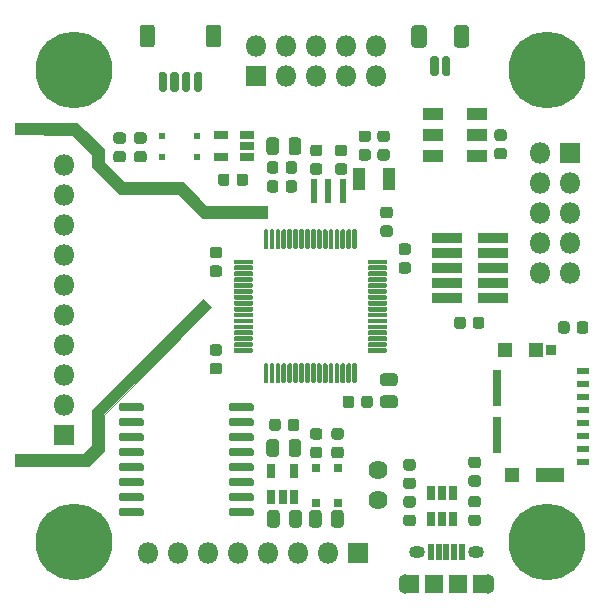
<source format=gts>
%TF.GenerationSoftware,KiCad,Pcbnew,(5.1.6-0-10_14)*%
%TF.CreationDate,2020-09-29T23:50:48-07:00*%
%TF.ProjectId,BetsyBoardBig,42657473-7942-46f6-9172-644269672e6b,rev?*%
%TF.SameCoordinates,Original*%
%TF.FileFunction,Soldermask,Top*%
%TF.FilePolarity,Negative*%
%FSLAX46Y46*%
G04 Gerber Fmt 4.6, Leading zero omitted, Abs format (unit mm)*
G04 Created by KiCad (PCBNEW (5.1.6-0-10_14)) date 2020-09-29 23:50:48*
%MOMM*%
%LPD*%
G01*
G04 APERTURE LIST*
%ADD10C,0.100000*%
%ADD11O,1.100000X1.650000*%
%ADD12O,1.350000X1.050000*%
%ADD13R,1.300000X1.650000*%
%ADD14R,1.650000X1.600000*%
%ADD15R,1.600000X1.650000*%
%ADD16R,0.500000X1.450000*%
%ADD17O,1.800000X1.800000*%
%ADD18R,1.800000X1.800000*%
%ADD19C,0.900000*%
%ADD20C,6.500000*%
%ADD21R,0.700000X0.650000*%
%ADD22R,0.750000X1.160000*%
%ADD23R,0.650000X3.010000*%
%ADD24R,1.300000X1.150000*%
%ADD25R,1.180000X1.150000*%
%ADD26R,0.880000X0.820000*%
%ADD27R,2.490000X1.150000*%
%ADD28R,1.100000X0.600000*%
%ADD29R,1.160000X0.750000*%
%ADD30R,1.100000X1.900000*%
%ADD31R,0.500000X2.000000*%
%ADD32R,2.500000X0.840000*%
%ADD33R,1.700000X1.100000*%
%ADD34C,1.624000*%
%ADD35R,0.552000X0.602000*%
G04 APERTURE END LIST*
D10*
G36*
X111600000Y-75100000D02*
G01*
X102500000Y-84250000D01*
X102500000Y-87250000D01*
X101250000Y-88500000D01*
X95000000Y-88500000D01*
X95000000Y-87500000D01*
X100750000Y-87500000D01*
X101500000Y-86750000D01*
X101500000Y-83750000D01*
X110900000Y-74400000D01*
X111600000Y-75100000D01*
G37*
X111600000Y-75100000D02*
X102500000Y-84250000D01*
X102500000Y-87250000D01*
X101250000Y-88500000D01*
X95000000Y-88500000D01*
X95000000Y-87500000D01*
X100750000Y-87500000D01*
X101500000Y-86750000D01*
X101500000Y-83750000D01*
X110900000Y-74400000D01*
X111600000Y-75100000D01*
G36*
X102500000Y-61700000D02*
G01*
X102500000Y-62800000D01*
X104200000Y-64500000D01*
X109200000Y-64500000D01*
X111200000Y-66500000D01*
X116300000Y-66500000D01*
X116300000Y-67500000D01*
X110800000Y-67500000D01*
X108800000Y-65500000D01*
X103800000Y-65500000D01*
X101500000Y-63200000D01*
X101500000Y-62200000D01*
X99800000Y-60500000D01*
X95000000Y-60400000D01*
X95000000Y-59500000D01*
X100200000Y-59500000D01*
X102500000Y-61700000D01*
G37*
X102500000Y-61700000D02*
X102500000Y-62800000D01*
X104200000Y-64500000D01*
X109200000Y-64500000D01*
X111200000Y-66500000D01*
X116300000Y-66500000D01*
X116300000Y-67500000D01*
X110800000Y-67500000D01*
X108800000Y-65500000D01*
X103800000Y-65500000D01*
X101500000Y-63200000D01*
X101500000Y-62200000D01*
X99800000Y-60500000D01*
X95000000Y-60400000D01*
X95000000Y-59500000D01*
X100200000Y-59500000D01*
X102500000Y-61700000D01*
D11*
%TO.C,J1*%
X135000000Y-98500000D03*
X128000000Y-98500000D03*
D12*
X134000000Y-95800000D03*
X129000000Y-95800000D03*
D13*
X134400000Y-98500000D03*
D14*
X132500000Y-98500000D03*
D15*
X130500000Y-98500000D03*
D13*
X128600000Y-98500000D03*
D16*
X132800000Y-95825000D03*
X132150000Y-95825000D03*
X131500000Y-95825000D03*
X130850000Y-95825000D03*
X130200000Y-95825000D03*
%TD*%
%TO.C,C18*%
G36*
G01*
X120781250Y-62300000D02*
X120218750Y-62300000D01*
G75*
G02*
X119975000Y-62056250I0J243750D01*
G01*
X119975000Y-61568750D01*
G75*
G02*
X120218750Y-61325000I243750J0D01*
G01*
X120781250Y-61325000D01*
G75*
G02*
X121025000Y-61568750I0J-243750D01*
G01*
X121025000Y-62056250D01*
G75*
G02*
X120781250Y-62300000I-243750J0D01*
G01*
G37*
G36*
G01*
X120781250Y-63875000D02*
X120218750Y-63875000D01*
G75*
G02*
X119975000Y-63631250I0J243750D01*
G01*
X119975000Y-63143750D01*
G75*
G02*
X120218750Y-62900000I243750J0D01*
G01*
X120781250Y-62900000D01*
G75*
G02*
X121025000Y-63143750I0J-243750D01*
G01*
X121025000Y-63631250D01*
G75*
G02*
X120781250Y-63875000I-243750J0D01*
G01*
G37*
%TD*%
%TO.C,C13*%
G36*
G01*
X122881250Y-62300000D02*
X122318750Y-62300000D01*
G75*
G02*
X122075000Y-62056250I0J243750D01*
G01*
X122075000Y-61568750D01*
G75*
G02*
X122318750Y-61325000I243750J0D01*
G01*
X122881250Y-61325000D01*
G75*
G02*
X123125000Y-61568750I0J-243750D01*
G01*
X123125000Y-62056250D01*
G75*
G02*
X122881250Y-62300000I-243750J0D01*
G01*
G37*
G36*
G01*
X122881250Y-63875000D02*
X122318750Y-63875000D01*
G75*
G02*
X122075000Y-63631250I0J243750D01*
G01*
X122075000Y-63143750D01*
G75*
G02*
X122318750Y-62900000I243750J0D01*
G01*
X122881250Y-62900000D01*
G75*
G02*
X123125000Y-63143750I0J-243750D01*
G01*
X123125000Y-63631250D01*
G75*
G02*
X122881250Y-63875000I-243750J0D01*
G01*
G37*
%TD*%
%TO.C,U4*%
G36*
G01*
X124950000Y-71050000D02*
X126400000Y-71050000D01*
G75*
G02*
X126500000Y-71150000I0J-100000D01*
G01*
X126500000Y-71350000D01*
G75*
G02*
X126400000Y-71450000I-100000J0D01*
G01*
X124950000Y-71450000D01*
G75*
G02*
X124850000Y-71350000I0J100000D01*
G01*
X124850000Y-71150000D01*
G75*
G02*
X124950000Y-71050000I100000J0D01*
G01*
G37*
G36*
G01*
X124950000Y-71550000D02*
X126400000Y-71550000D01*
G75*
G02*
X126500000Y-71650000I0J-100000D01*
G01*
X126500000Y-71850000D01*
G75*
G02*
X126400000Y-71950000I-100000J0D01*
G01*
X124950000Y-71950000D01*
G75*
G02*
X124850000Y-71850000I0J100000D01*
G01*
X124850000Y-71650000D01*
G75*
G02*
X124950000Y-71550000I100000J0D01*
G01*
G37*
G36*
G01*
X124950000Y-72050000D02*
X126400000Y-72050000D01*
G75*
G02*
X126500000Y-72150000I0J-100000D01*
G01*
X126500000Y-72350000D01*
G75*
G02*
X126400000Y-72450000I-100000J0D01*
G01*
X124950000Y-72450000D01*
G75*
G02*
X124850000Y-72350000I0J100000D01*
G01*
X124850000Y-72150000D01*
G75*
G02*
X124950000Y-72050000I100000J0D01*
G01*
G37*
G36*
G01*
X124950000Y-72550000D02*
X126400000Y-72550000D01*
G75*
G02*
X126500000Y-72650000I0J-100000D01*
G01*
X126500000Y-72850000D01*
G75*
G02*
X126400000Y-72950000I-100000J0D01*
G01*
X124950000Y-72950000D01*
G75*
G02*
X124850000Y-72850000I0J100000D01*
G01*
X124850000Y-72650000D01*
G75*
G02*
X124950000Y-72550000I100000J0D01*
G01*
G37*
G36*
G01*
X124950000Y-73050000D02*
X126400000Y-73050000D01*
G75*
G02*
X126500000Y-73150000I0J-100000D01*
G01*
X126500000Y-73350000D01*
G75*
G02*
X126400000Y-73450000I-100000J0D01*
G01*
X124950000Y-73450000D01*
G75*
G02*
X124850000Y-73350000I0J100000D01*
G01*
X124850000Y-73150000D01*
G75*
G02*
X124950000Y-73050000I100000J0D01*
G01*
G37*
G36*
G01*
X124950000Y-73550000D02*
X126400000Y-73550000D01*
G75*
G02*
X126500000Y-73650000I0J-100000D01*
G01*
X126500000Y-73850000D01*
G75*
G02*
X126400000Y-73950000I-100000J0D01*
G01*
X124950000Y-73950000D01*
G75*
G02*
X124850000Y-73850000I0J100000D01*
G01*
X124850000Y-73650000D01*
G75*
G02*
X124950000Y-73550000I100000J0D01*
G01*
G37*
G36*
G01*
X124950000Y-74050000D02*
X126400000Y-74050000D01*
G75*
G02*
X126500000Y-74150000I0J-100000D01*
G01*
X126500000Y-74350000D01*
G75*
G02*
X126400000Y-74450000I-100000J0D01*
G01*
X124950000Y-74450000D01*
G75*
G02*
X124850000Y-74350000I0J100000D01*
G01*
X124850000Y-74150000D01*
G75*
G02*
X124950000Y-74050000I100000J0D01*
G01*
G37*
G36*
G01*
X124950000Y-74550000D02*
X126400000Y-74550000D01*
G75*
G02*
X126500000Y-74650000I0J-100000D01*
G01*
X126500000Y-74850000D01*
G75*
G02*
X126400000Y-74950000I-100000J0D01*
G01*
X124950000Y-74950000D01*
G75*
G02*
X124850000Y-74850000I0J100000D01*
G01*
X124850000Y-74650000D01*
G75*
G02*
X124950000Y-74550000I100000J0D01*
G01*
G37*
G36*
G01*
X124950000Y-75050000D02*
X126400000Y-75050000D01*
G75*
G02*
X126500000Y-75150000I0J-100000D01*
G01*
X126500000Y-75350000D01*
G75*
G02*
X126400000Y-75450000I-100000J0D01*
G01*
X124950000Y-75450000D01*
G75*
G02*
X124850000Y-75350000I0J100000D01*
G01*
X124850000Y-75150000D01*
G75*
G02*
X124950000Y-75050000I100000J0D01*
G01*
G37*
G36*
G01*
X124950000Y-75550000D02*
X126400000Y-75550000D01*
G75*
G02*
X126500000Y-75650000I0J-100000D01*
G01*
X126500000Y-75850000D01*
G75*
G02*
X126400000Y-75950000I-100000J0D01*
G01*
X124950000Y-75950000D01*
G75*
G02*
X124850000Y-75850000I0J100000D01*
G01*
X124850000Y-75650000D01*
G75*
G02*
X124950000Y-75550000I100000J0D01*
G01*
G37*
G36*
G01*
X124950000Y-76050000D02*
X126400000Y-76050000D01*
G75*
G02*
X126500000Y-76150000I0J-100000D01*
G01*
X126500000Y-76350000D01*
G75*
G02*
X126400000Y-76450000I-100000J0D01*
G01*
X124950000Y-76450000D01*
G75*
G02*
X124850000Y-76350000I0J100000D01*
G01*
X124850000Y-76150000D01*
G75*
G02*
X124950000Y-76050000I100000J0D01*
G01*
G37*
G36*
G01*
X124950000Y-76550000D02*
X126400000Y-76550000D01*
G75*
G02*
X126500000Y-76650000I0J-100000D01*
G01*
X126500000Y-76850000D01*
G75*
G02*
X126400000Y-76950000I-100000J0D01*
G01*
X124950000Y-76950000D01*
G75*
G02*
X124850000Y-76850000I0J100000D01*
G01*
X124850000Y-76650000D01*
G75*
G02*
X124950000Y-76550000I100000J0D01*
G01*
G37*
G36*
G01*
X124950000Y-77050000D02*
X126400000Y-77050000D01*
G75*
G02*
X126500000Y-77150000I0J-100000D01*
G01*
X126500000Y-77350000D01*
G75*
G02*
X126400000Y-77450000I-100000J0D01*
G01*
X124950000Y-77450000D01*
G75*
G02*
X124850000Y-77350000I0J100000D01*
G01*
X124850000Y-77150000D01*
G75*
G02*
X124950000Y-77050000I100000J0D01*
G01*
G37*
G36*
G01*
X124950000Y-77550000D02*
X126400000Y-77550000D01*
G75*
G02*
X126500000Y-77650000I0J-100000D01*
G01*
X126500000Y-77850000D01*
G75*
G02*
X126400000Y-77950000I-100000J0D01*
G01*
X124950000Y-77950000D01*
G75*
G02*
X124850000Y-77850000I0J100000D01*
G01*
X124850000Y-77650000D01*
G75*
G02*
X124950000Y-77550000I100000J0D01*
G01*
G37*
G36*
G01*
X124950000Y-78050000D02*
X126400000Y-78050000D01*
G75*
G02*
X126500000Y-78150000I0J-100000D01*
G01*
X126500000Y-78350000D01*
G75*
G02*
X126400000Y-78450000I-100000J0D01*
G01*
X124950000Y-78450000D01*
G75*
G02*
X124850000Y-78350000I0J100000D01*
G01*
X124850000Y-78150000D01*
G75*
G02*
X124950000Y-78050000I100000J0D01*
G01*
G37*
G36*
G01*
X124950000Y-78550000D02*
X126400000Y-78550000D01*
G75*
G02*
X126500000Y-78650000I0J-100000D01*
G01*
X126500000Y-78850000D01*
G75*
G02*
X126400000Y-78950000I-100000J0D01*
G01*
X124950000Y-78950000D01*
G75*
G02*
X124850000Y-78850000I0J100000D01*
G01*
X124850000Y-78650000D01*
G75*
G02*
X124950000Y-78550000I100000J0D01*
G01*
G37*
G36*
G01*
X123650000Y-79850000D02*
X123850000Y-79850000D01*
G75*
G02*
X123950000Y-79950000I0J-100000D01*
G01*
X123950000Y-81400000D01*
G75*
G02*
X123850000Y-81500000I-100000J0D01*
G01*
X123650000Y-81500000D01*
G75*
G02*
X123550000Y-81400000I0J100000D01*
G01*
X123550000Y-79950000D01*
G75*
G02*
X123650000Y-79850000I100000J0D01*
G01*
G37*
G36*
G01*
X123150000Y-79850000D02*
X123350000Y-79850000D01*
G75*
G02*
X123450000Y-79950000I0J-100000D01*
G01*
X123450000Y-81400000D01*
G75*
G02*
X123350000Y-81500000I-100000J0D01*
G01*
X123150000Y-81500000D01*
G75*
G02*
X123050000Y-81400000I0J100000D01*
G01*
X123050000Y-79950000D01*
G75*
G02*
X123150000Y-79850000I100000J0D01*
G01*
G37*
G36*
G01*
X122650000Y-79850000D02*
X122850000Y-79850000D01*
G75*
G02*
X122950000Y-79950000I0J-100000D01*
G01*
X122950000Y-81400000D01*
G75*
G02*
X122850000Y-81500000I-100000J0D01*
G01*
X122650000Y-81500000D01*
G75*
G02*
X122550000Y-81400000I0J100000D01*
G01*
X122550000Y-79950000D01*
G75*
G02*
X122650000Y-79850000I100000J0D01*
G01*
G37*
G36*
G01*
X122150000Y-79850000D02*
X122350000Y-79850000D01*
G75*
G02*
X122450000Y-79950000I0J-100000D01*
G01*
X122450000Y-81400000D01*
G75*
G02*
X122350000Y-81500000I-100000J0D01*
G01*
X122150000Y-81500000D01*
G75*
G02*
X122050000Y-81400000I0J100000D01*
G01*
X122050000Y-79950000D01*
G75*
G02*
X122150000Y-79850000I100000J0D01*
G01*
G37*
G36*
G01*
X121650000Y-79850000D02*
X121850000Y-79850000D01*
G75*
G02*
X121950000Y-79950000I0J-100000D01*
G01*
X121950000Y-81400000D01*
G75*
G02*
X121850000Y-81500000I-100000J0D01*
G01*
X121650000Y-81500000D01*
G75*
G02*
X121550000Y-81400000I0J100000D01*
G01*
X121550000Y-79950000D01*
G75*
G02*
X121650000Y-79850000I100000J0D01*
G01*
G37*
G36*
G01*
X121150000Y-79850000D02*
X121350000Y-79850000D01*
G75*
G02*
X121450000Y-79950000I0J-100000D01*
G01*
X121450000Y-81400000D01*
G75*
G02*
X121350000Y-81500000I-100000J0D01*
G01*
X121150000Y-81500000D01*
G75*
G02*
X121050000Y-81400000I0J100000D01*
G01*
X121050000Y-79950000D01*
G75*
G02*
X121150000Y-79850000I100000J0D01*
G01*
G37*
G36*
G01*
X120650000Y-79850000D02*
X120850000Y-79850000D01*
G75*
G02*
X120950000Y-79950000I0J-100000D01*
G01*
X120950000Y-81400000D01*
G75*
G02*
X120850000Y-81500000I-100000J0D01*
G01*
X120650000Y-81500000D01*
G75*
G02*
X120550000Y-81400000I0J100000D01*
G01*
X120550000Y-79950000D01*
G75*
G02*
X120650000Y-79850000I100000J0D01*
G01*
G37*
G36*
G01*
X120150000Y-79850000D02*
X120350000Y-79850000D01*
G75*
G02*
X120450000Y-79950000I0J-100000D01*
G01*
X120450000Y-81400000D01*
G75*
G02*
X120350000Y-81500000I-100000J0D01*
G01*
X120150000Y-81500000D01*
G75*
G02*
X120050000Y-81400000I0J100000D01*
G01*
X120050000Y-79950000D01*
G75*
G02*
X120150000Y-79850000I100000J0D01*
G01*
G37*
G36*
G01*
X119650000Y-79850000D02*
X119850000Y-79850000D01*
G75*
G02*
X119950000Y-79950000I0J-100000D01*
G01*
X119950000Y-81400000D01*
G75*
G02*
X119850000Y-81500000I-100000J0D01*
G01*
X119650000Y-81500000D01*
G75*
G02*
X119550000Y-81400000I0J100000D01*
G01*
X119550000Y-79950000D01*
G75*
G02*
X119650000Y-79850000I100000J0D01*
G01*
G37*
G36*
G01*
X119150000Y-79850000D02*
X119350000Y-79850000D01*
G75*
G02*
X119450000Y-79950000I0J-100000D01*
G01*
X119450000Y-81400000D01*
G75*
G02*
X119350000Y-81500000I-100000J0D01*
G01*
X119150000Y-81500000D01*
G75*
G02*
X119050000Y-81400000I0J100000D01*
G01*
X119050000Y-79950000D01*
G75*
G02*
X119150000Y-79850000I100000J0D01*
G01*
G37*
G36*
G01*
X118650000Y-79850000D02*
X118850000Y-79850000D01*
G75*
G02*
X118950000Y-79950000I0J-100000D01*
G01*
X118950000Y-81400000D01*
G75*
G02*
X118850000Y-81500000I-100000J0D01*
G01*
X118650000Y-81500000D01*
G75*
G02*
X118550000Y-81400000I0J100000D01*
G01*
X118550000Y-79950000D01*
G75*
G02*
X118650000Y-79850000I100000J0D01*
G01*
G37*
G36*
G01*
X118150000Y-79850000D02*
X118350000Y-79850000D01*
G75*
G02*
X118450000Y-79950000I0J-100000D01*
G01*
X118450000Y-81400000D01*
G75*
G02*
X118350000Y-81500000I-100000J0D01*
G01*
X118150000Y-81500000D01*
G75*
G02*
X118050000Y-81400000I0J100000D01*
G01*
X118050000Y-79950000D01*
G75*
G02*
X118150000Y-79850000I100000J0D01*
G01*
G37*
G36*
G01*
X117650000Y-79850000D02*
X117850000Y-79850000D01*
G75*
G02*
X117950000Y-79950000I0J-100000D01*
G01*
X117950000Y-81400000D01*
G75*
G02*
X117850000Y-81500000I-100000J0D01*
G01*
X117650000Y-81500000D01*
G75*
G02*
X117550000Y-81400000I0J100000D01*
G01*
X117550000Y-79950000D01*
G75*
G02*
X117650000Y-79850000I100000J0D01*
G01*
G37*
G36*
G01*
X117150000Y-79850000D02*
X117350000Y-79850000D01*
G75*
G02*
X117450000Y-79950000I0J-100000D01*
G01*
X117450000Y-81400000D01*
G75*
G02*
X117350000Y-81500000I-100000J0D01*
G01*
X117150000Y-81500000D01*
G75*
G02*
X117050000Y-81400000I0J100000D01*
G01*
X117050000Y-79950000D01*
G75*
G02*
X117150000Y-79850000I100000J0D01*
G01*
G37*
G36*
G01*
X116650000Y-79850000D02*
X116850000Y-79850000D01*
G75*
G02*
X116950000Y-79950000I0J-100000D01*
G01*
X116950000Y-81400000D01*
G75*
G02*
X116850000Y-81500000I-100000J0D01*
G01*
X116650000Y-81500000D01*
G75*
G02*
X116550000Y-81400000I0J100000D01*
G01*
X116550000Y-79950000D01*
G75*
G02*
X116650000Y-79850000I100000J0D01*
G01*
G37*
G36*
G01*
X116150000Y-79850000D02*
X116350000Y-79850000D01*
G75*
G02*
X116450000Y-79950000I0J-100000D01*
G01*
X116450000Y-81400000D01*
G75*
G02*
X116350000Y-81500000I-100000J0D01*
G01*
X116150000Y-81500000D01*
G75*
G02*
X116050000Y-81400000I0J100000D01*
G01*
X116050000Y-79950000D01*
G75*
G02*
X116150000Y-79850000I100000J0D01*
G01*
G37*
G36*
G01*
X113600000Y-78550000D02*
X115050000Y-78550000D01*
G75*
G02*
X115150000Y-78650000I0J-100000D01*
G01*
X115150000Y-78850000D01*
G75*
G02*
X115050000Y-78950000I-100000J0D01*
G01*
X113600000Y-78950000D01*
G75*
G02*
X113500000Y-78850000I0J100000D01*
G01*
X113500000Y-78650000D01*
G75*
G02*
X113600000Y-78550000I100000J0D01*
G01*
G37*
G36*
G01*
X113600000Y-78050000D02*
X115050000Y-78050000D01*
G75*
G02*
X115150000Y-78150000I0J-100000D01*
G01*
X115150000Y-78350000D01*
G75*
G02*
X115050000Y-78450000I-100000J0D01*
G01*
X113600000Y-78450000D01*
G75*
G02*
X113500000Y-78350000I0J100000D01*
G01*
X113500000Y-78150000D01*
G75*
G02*
X113600000Y-78050000I100000J0D01*
G01*
G37*
G36*
G01*
X113600000Y-77550000D02*
X115050000Y-77550000D01*
G75*
G02*
X115150000Y-77650000I0J-100000D01*
G01*
X115150000Y-77850000D01*
G75*
G02*
X115050000Y-77950000I-100000J0D01*
G01*
X113600000Y-77950000D01*
G75*
G02*
X113500000Y-77850000I0J100000D01*
G01*
X113500000Y-77650000D01*
G75*
G02*
X113600000Y-77550000I100000J0D01*
G01*
G37*
G36*
G01*
X113600000Y-77050000D02*
X115050000Y-77050000D01*
G75*
G02*
X115150000Y-77150000I0J-100000D01*
G01*
X115150000Y-77350000D01*
G75*
G02*
X115050000Y-77450000I-100000J0D01*
G01*
X113600000Y-77450000D01*
G75*
G02*
X113500000Y-77350000I0J100000D01*
G01*
X113500000Y-77150000D01*
G75*
G02*
X113600000Y-77050000I100000J0D01*
G01*
G37*
G36*
G01*
X113600000Y-76550000D02*
X115050000Y-76550000D01*
G75*
G02*
X115150000Y-76650000I0J-100000D01*
G01*
X115150000Y-76850000D01*
G75*
G02*
X115050000Y-76950000I-100000J0D01*
G01*
X113600000Y-76950000D01*
G75*
G02*
X113500000Y-76850000I0J100000D01*
G01*
X113500000Y-76650000D01*
G75*
G02*
X113600000Y-76550000I100000J0D01*
G01*
G37*
G36*
G01*
X113600000Y-76050000D02*
X115050000Y-76050000D01*
G75*
G02*
X115150000Y-76150000I0J-100000D01*
G01*
X115150000Y-76350000D01*
G75*
G02*
X115050000Y-76450000I-100000J0D01*
G01*
X113600000Y-76450000D01*
G75*
G02*
X113500000Y-76350000I0J100000D01*
G01*
X113500000Y-76150000D01*
G75*
G02*
X113600000Y-76050000I100000J0D01*
G01*
G37*
G36*
G01*
X113600000Y-75550000D02*
X115050000Y-75550000D01*
G75*
G02*
X115150000Y-75650000I0J-100000D01*
G01*
X115150000Y-75850000D01*
G75*
G02*
X115050000Y-75950000I-100000J0D01*
G01*
X113600000Y-75950000D01*
G75*
G02*
X113500000Y-75850000I0J100000D01*
G01*
X113500000Y-75650000D01*
G75*
G02*
X113600000Y-75550000I100000J0D01*
G01*
G37*
G36*
G01*
X113600000Y-75050000D02*
X115050000Y-75050000D01*
G75*
G02*
X115150000Y-75150000I0J-100000D01*
G01*
X115150000Y-75350000D01*
G75*
G02*
X115050000Y-75450000I-100000J0D01*
G01*
X113600000Y-75450000D01*
G75*
G02*
X113500000Y-75350000I0J100000D01*
G01*
X113500000Y-75150000D01*
G75*
G02*
X113600000Y-75050000I100000J0D01*
G01*
G37*
G36*
G01*
X113600000Y-74550000D02*
X115050000Y-74550000D01*
G75*
G02*
X115150000Y-74650000I0J-100000D01*
G01*
X115150000Y-74850000D01*
G75*
G02*
X115050000Y-74950000I-100000J0D01*
G01*
X113600000Y-74950000D01*
G75*
G02*
X113500000Y-74850000I0J100000D01*
G01*
X113500000Y-74650000D01*
G75*
G02*
X113600000Y-74550000I100000J0D01*
G01*
G37*
G36*
G01*
X113600000Y-74050000D02*
X115050000Y-74050000D01*
G75*
G02*
X115150000Y-74150000I0J-100000D01*
G01*
X115150000Y-74350000D01*
G75*
G02*
X115050000Y-74450000I-100000J0D01*
G01*
X113600000Y-74450000D01*
G75*
G02*
X113500000Y-74350000I0J100000D01*
G01*
X113500000Y-74150000D01*
G75*
G02*
X113600000Y-74050000I100000J0D01*
G01*
G37*
G36*
G01*
X113600000Y-73550000D02*
X115050000Y-73550000D01*
G75*
G02*
X115150000Y-73650000I0J-100000D01*
G01*
X115150000Y-73850000D01*
G75*
G02*
X115050000Y-73950000I-100000J0D01*
G01*
X113600000Y-73950000D01*
G75*
G02*
X113500000Y-73850000I0J100000D01*
G01*
X113500000Y-73650000D01*
G75*
G02*
X113600000Y-73550000I100000J0D01*
G01*
G37*
G36*
G01*
X113600000Y-73050000D02*
X115050000Y-73050000D01*
G75*
G02*
X115150000Y-73150000I0J-100000D01*
G01*
X115150000Y-73350000D01*
G75*
G02*
X115050000Y-73450000I-100000J0D01*
G01*
X113600000Y-73450000D01*
G75*
G02*
X113500000Y-73350000I0J100000D01*
G01*
X113500000Y-73150000D01*
G75*
G02*
X113600000Y-73050000I100000J0D01*
G01*
G37*
G36*
G01*
X113600000Y-72550000D02*
X115050000Y-72550000D01*
G75*
G02*
X115150000Y-72650000I0J-100000D01*
G01*
X115150000Y-72850000D01*
G75*
G02*
X115050000Y-72950000I-100000J0D01*
G01*
X113600000Y-72950000D01*
G75*
G02*
X113500000Y-72850000I0J100000D01*
G01*
X113500000Y-72650000D01*
G75*
G02*
X113600000Y-72550000I100000J0D01*
G01*
G37*
G36*
G01*
X113600000Y-72050000D02*
X115050000Y-72050000D01*
G75*
G02*
X115150000Y-72150000I0J-100000D01*
G01*
X115150000Y-72350000D01*
G75*
G02*
X115050000Y-72450000I-100000J0D01*
G01*
X113600000Y-72450000D01*
G75*
G02*
X113500000Y-72350000I0J100000D01*
G01*
X113500000Y-72150000D01*
G75*
G02*
X113600000Y-72050000I100000J0D01*
G01*
G37*
G36*
G01*
X113600000Y-71550000D02*
X115050000Y-71550000D01*
G75*
G02*
X115150000Y-71650000I0J-100000D01*
G01*
X115150000Y-71850000D01*
G75*
G02*
X115050000Y-71950000I-100000J0D01*
G01*
X113600000Y-71950000D01*
G75*
G02*
X113500000Y-71850000I0J100000D01*
G01*
X113500000Y-71650000D01*
G75*
G02*
X113600000Y-71550000I100000J0D01*
G01*
G37*
G36*
G01*
X113600000Y-71050000D02*
X115050000Y-71050000D01*
G75*
G02*
X115150000Y-71150000I0J-100000D01*
G01*
X115150000Y-71350000D01*
G75*
G02*
X115050000Y-71450000I-100000J0D01*
G01*
X113600000Y-71450000D01*
G75*
G02*
X113500000Y-71350000I0J100000D01*
G01*
X113500000Y-71150000D01*
G75*
G02*
X113600000Y-71050000I100000J0D01*
G01*
G37*
G36*
G01*
X116150000Y-68500000D02*
X116350000Y-68500000D01*
G75*
G02*
X116450000Y-68600000I0J-100000D01*
G01*
X116450000Y-70050000D01*
G75*
G02*
X116350000Y-70150000I-100000J0D01*
G01*
X116150000Y-70150000D01*
G75*
G02*
X116050000Y-70050000I0J100000D01*
G01*
X116050000Y-68600000D01*
G75*
G02*
X116150000Y-68500000I100000J0D01*
G01*
G37*
G36*
G01*
X116650000Y-68500000D02*
X116850000Y-68500000D01*
G75*
G02*
X116950000Y-68600000I0J-100000D01*
G01*
X116950000Y-70050000D01*
G75*
G02*
X116850000Y-70150000I-100000J0D01*
G01*
X116650000Y-70150000D01*
G75*
G02*
X116550000Y-70050000I0J100000D01*
G01*
X116550000Y-68600000D01*
G75*
G02*
X116650000Y-68500000I100000J0D01*
G01*
G37*
G36*
G01*
X117150000Y-68500000D02*
X117350000Y-68500000D01*
G75*
G02*
X117450000Y-68600000I0J-100000D01*
G01*
X117450000Y-70050000D01*
G75*
G02*
X117350000Y-70150000I-100000J0D01*
G01*
X117150000Y-70150000D01*
G75*
G02*
X117050000Y-70050000I0J100000D01*
G01*
X117050000Y-68600000D01*
G75*
G02*
X117150000Y-68500000I100000J0D01*
G01*
G37*
G36*
G01*
X117650000Y-68500000D02*
X117850000Y-68500000D01*
G75*
G02*
X117950000Y-68600000I0J-100000D01*
G01*
X117950000Y-70050000D01*
G75*
G02*
X117850000Y-70150000I-100000J0D01*
G01*
X117650000Y-70150000D01*
G75*
G02*
X117550000Y-70050000I0J100000D01*
G01*
X117550000Y-68600000D01*
G75*
G02*
X117650000Y-68500000I100000J0D01*
G01*
G37*
G36*
G01*
X118150000Y-68500000D02*
X118350000Y-68500000D01*
G75*
G02*
X118450000Y-68600000I0J-100000D01*
G01*
X118450000Y-70050000D01*
G75*
G02*
X118350000Y-70150000I-100000J0D01*
G01*
X118150000Y-70150000D01*
G75*
G02*
X118050000Y-70050000I0J100000D01*
G01*
X118050000Y-68600000D01*
G75*
G02*
X118150000Y-68500000I100000J0D01*
G01*
G37*
G36*
G01*
X118650000Y-68500000D02*
X118850000Y-68500000D01*
G75*
G02*
X118950000Y-68600000I0J-100000D01*
G01*
X118950000Y-70050000D01*
G75*
G02*
X118850000Y-70150000I-100000J0D01*
G01*
X118650000Y-70150000D01*
G75*
G02*
X118550000Y-70050000I0J100000D01*
G01*
X118550000Y-68600000D01*
G75*
G02*
X118650000Y-68500000I100000J0D01*
G01*
G37*
G36*
G01*
X119150000Y-68500000D02*
X119350000Y-68500000D01*
G75*
G02*
X119450000Y-68600000I0J-100000D01*
G01*
X119450000Y-70050000D01*
G75*
G02*
X119350000Y-70150000I-100000J0D01*
G01*
X119150000Y-70150000D01*
G75*
G02*
X119050000Y-70050000I0J100000D01*
G01*
X119050000Y-68600000D01*
G75*
G02*
X119150000Y-68500000I100000J0D01*
G01*
G37*
G36*
G01*
X119650000Y-68500000D02*
X119850000Y-68500000D01*
G75*
G02*
X119950000Y-68600000I0J-100000D01*
G01*
X119950000Y-70050000D01*
G75*
G02*
X119850000Y-70150000I-100000J0D01*
G01*
X119650000Y-70150000D01*
G75*
G02*
X119550000Y-70050000I0J100000D01*
G01*
X119550000Y-68600000D01*
G75*
G02*
X119650000Y-68500000I100000J0D01*
G01*
G37*
G36*
G01*
X120150000Y-68500000D02*
X120350000Y-68500000D01*
G75*
G02*
X120450000Y-68600000I0J-100000D01*
G01*
X120450000Y-70050000D01*
G75*
G02*
X120350000Y-70150000I-100000J0D01*
G01*
X120150000Y-70150000D01*
G75*
G02*
X120050000Y-70050000I0J100000D01*
G01*
X120050000Y-68600000D01*
G75*
G02*
X120150000Y-68500000I100000J0D01*
G01*
G37*
G36*
G01*
X120650000Y-68500000D02*
X120850000Y-68500000D01*
G75*
G02*
X120950000Y-68600000I0J-100000D01*
G01*
X120950000Y-70050000D01*
G75*
G02*
X120850000Y-70150000I-100000J0D01*
G01*
X120650000Y-70150000D01*
G75*
G02*
X120550000Y-70050000I0J100000D01*
G01*
X120550000Y-68600000D01*
G75*
G02*
X120650000Y-68500000I100000J0D01*
G01*
G37*
G36*
G01*
X121150000Y-68500000D02*
X121350000Y-68500000D01*
G75*
G02*
X121450000Y-68600000I0J-100000D01*
G01*
X121450000Y-70050000D01*
G75*
G02*
X121350000Y-70150000I-100000J0D01*
G01*
X121150000Y-70150000D01*
G75*
G02*
X121050000Y-70050000I0J100000D01*
G01*
X121050000Y-68600000D01*
G75*
G02*
X121150000Y-68500000I100000J0D01*
G01*
G37*
G36*
G01*
X121650000Y-68500000D02*
X121850000Y-68500000D01*
G75*
G02*
X121950000Y-68600000I0J-100000D01*
G01*
X121950000Y-70050000D01*
G75*
G02*
X121850000Y-70150000I-100000J0D01*
G01*
X121650000Y-70150000D01*
G75*
G02*
X121550000Y-70050000I0J100000D01*
G01*
X121550000Y-68600000D01*
G75*
G02*
X121650000Y-68500000I100000J0D01*
G01*
G37*
G36*
G01*
X122150000Y-68500000D02*
X122350000Y-68500000D01*
G75*
G02*
X122450000Y-68600000I0J-100000D01*
G01*
X122450000Y-70050000D01*
G75*
G02*
X122350000Y-70150000I-100000J0D01*
G01*
X122150000Y-70150000D01*
G75*
G02*
X122050000Y-70050000I0J100000D01*
G01*
X122050000Y-68600000D01*
G75*
G02*
X122150000Y-68500000I100000J0D01*
G01*
G37*
G36*
G01*
X122650000Y-68500000D02*
X122850000Y-68500000D01*
G75*
G02*
X122950000Y-68600000I0J-100000D01*
G01*
X122950000Y-70050000D01*
G75*
G02*
X122850000Y-70150000I-100000J0D01*
G01*
X122650000Y-70150000D01*
G75*
G02*
X122550000Y-70050000I0J100000D01*
G01*
X122550000Y-68600000D01*
G75*
G02*
X122650000Y-68500000I100000J0D01*
G01*
G37*
G36*
G01*
X123150000Y-68500000D02*
X123350000Y-68500000D01*
G75*
G02*
X123450000Y-68600000I0J-100000D01*
G01*
X123450000Y-70050000D01*
G75*
G02*
X123350000Y-70150000I-100000J0D01*
G01*
X123150000Y-70150000D01*
G75*
G02*
X123050000Y-70050000I0J100000D01*
G01*
X123050000Y-68600000D01*
G75*
G02*
X123150000Y-68500000I100000J0D01*
G01*
G37*
G36*
G01*
X123650000Y-68500000D02*
X123850000Y-68500000D01*
G75*
G02*
X123950000Y-68600000I0J-100000D01*
G01*
X123950000Y-70050000D01*
G75*
G02*
X123850000Y-70150000I-100000J0D01*
G01*
X123650000Y-70150000D01*
G75*
G02*
X123550000Y-70050000I0J100000D01*
G01*
X123550000Y-68600000D01*
G75*
G02*
X123650000Y-68500000I100000J0D01*
G01*
G37*
%TD*%
D17*
%TO.C,J7*%
X99100000Y-63040000D03*
X99100000Y-65580000D03*
X99100000Y-68120000D03*
X99100000Y-70660000D03*
X99100000Y-73200000D03*
X99100000Y-75740000D03*
X99100000Y-78280000D03*
X99100000Y-80820000D03*
X99100000Y-83360000D03*
D18*
X99100000Y-85900000D03*
%TD*%
D17*
%TO.C,J3*%
X125580000Y-52960000D03*
X125580000Y-55500000D03*
X123040000Y-52960000D03*
X123040000Y-55500000D03*
X120500000Y-52960000D03*
X120500000Y-55500000D03*
X117960000Y-52960000D03*
X117960000Y-55500000D03*
X115420000Y-52960000D03*
D18*
X115420000Y-55500000D03*
%TD*%
D19*
%TO.C,H4*%
X101697056Y-93302944D03*
X100000000Y-92600000D03*
X98302944Y-93302944D03*
X97600000Y-95000000D03*
X98302944Y-96697056D03*
X100000000Y-97400000D03*
X101697056Y-96697056D03*
X102400000Y-95000000D03*
D20*
X100000000Y-95000000D03*
%TD*%
D19*
%TO.C,H3*%
X141697056Y-93302944D03*
X140000000Y-92600000D03*
X138302944Y-93302944D03*
X137600000Y-95000000D03*
X138302944Y-96697056D03*
X140000000Y-97400000D03*
X141697056Y-96697056D03*
X142400000Y-95000000D03*
D20*
X140000000Y-95000000D03*
%TD*%
D19*
%TO.C,H2*%
X141697056Y-53302944D03*
X140000000Y-52600000D03*
X138302944Y-53302944D03*
X137600000Y-55000000D03*
X138302944Y-56697056D03*
X140000000Y-57400000D03*
X141697056Y-56697056D03*
X142400000Y-55000000D03*
D20*
X140000000Y-55000000D03*
%TD*%
D19*
%TO.C,H1*%
X101697056Y-53302944D03*
X100000000Y-52600000D03*
X98302944Y-53302944D03*
X97600000Y-55000000D03*
X98302944Y-56697056D03*
X100000000Y-57400000D03*
X101697056Y-56697056D03*
X102400000Y-55000000D03*
D20*
X100000000Y-55000000D03*
%TD*%
D21*
%TO.C,SW3*%
X122300000Y-91625000D03*
X122300000Y-88675000D03*
X120500000Y-91625000D03*
X120500000Y-88675000D03*
%TD*%
%TO.C,R7*%
G36*
G01*
X104131250Y-61250000D02*
X103568750Y-61250000D01*
G75*
G02*
X103325000Y-61006250I0J243750D01*
G01*
X103325000Y-60518750D01*
G75*
G02*
X103568750Y-60275000I243750J0D01*
G01*
X104131250Y-60275000D01*
G75*
G02*
X104375000Y-60518750I0J-243750D01*
G01*
X104375000Y-61006250D01*
G75*
G02*
X104131250Y-61250000I-243750J0D01*
G01*
G37*
G36*
G01*
X104131250Y-62825000D02*
X103568750Y-62825000D01*
G75*
G02*
X103325000Y-62581250I0J243750D01*
G01*
X103325000Y-62093750D01*
G75*
G02*
X103568750Y-61850000I243750J0D01*
G01*
X104131250Y-61850000D01*
G75*
G02*
X104375000Y-62093750I0J-243750D01*
G01*
X104375000Y-62581250D01*
G75*
G02*
X104131250Y-62825000I-243750J0D01*
G01*
G37*
%TD*%
%TO.C,R6*%
G36*
G01*
X105881250Y-61250000D02*
X105318750Y-61250000D01*
G75*
G02*
X105075000Y-61006250I0J243750D01*
G01*
X105075000Y-60518750D01*
G75*
G02*
X105318750Y-60275000I243750J0D01*
G01*
X105881250Y-60275000D01*
G75*
G02*
X106125000Y-60518750I0J-243750D01*
G01*
X106125000Y-61006250D01*
G75*
G02*
X105881250Y-61250000I-243750J0D01*
G01*
G37*
G36*
G01*
X105881250Y-62825000D02*
X105318750Y-62825000D01*
G75*
G02*
X105075000Y-62581250I0J243750D01*
G01*
X105075000Y-62093750D01*
G75*
G02*
X105318750Y-61850000I243750J0D01*
G01*
X105881250Y-61850000D01*
G75*
G02*
X106125000Y-62093750I0J-243750D01*
G01*
X106125000Y-62581250D01*
G75*
G02*
X105881250Y-62825000I-243750J0D01*
G01*
G37*
%TD*%
%TO.C,R5*%
G36*
G01*
X118100000Y-85331250D02*
X118100000Y-84768750D01*
G75*
G02*
X118343750Y-84525000I243750J0D01*
G01*
X118831250Y-84525000D01*
G75*
G02*
X119075000Y-84768750I0J-243750D01*
G01*
X119075000Y-85331250D01*
G75*
G02*
X118831250Y-85575000I-243750J0D01*
G01*
X118343750Y-85575000D01*
G75*
G02*
X118100000Y-85331250I0J243750D01*
G01*
G37*
G36*
G01*
X116525000Y-85331250D02*
X116525000Y-84768750D01*
G75*
G02*
X116768750Y-84525000I243750J0D01*
G01*
X117256250Y-84525000D01*
G75*
G02*
X117500000Y-84768750I0J-243750D01*
G01*
X117500000Y-85331250D01*
G75*
G02*
X117256250Y-85575000I-243750J0D01*
G01*
X116768750Y-85575000D01*
G75*
G02*
X116525000Y-85331250I0J243750D01*
G01*
G37*
%TD*%
%TO.C,R1*%
G36*
G01*
X122018750Y-86900000D02*
X122581250Y-86900000D01*
G75*
G02*
X122825000Y-87143750I0J-243750D01*
G01*
X122825000Y-87631250D01*
G75*
G02*
X122581250Y-87875000I-243750J0D01*
G01*
X122018750Y-87875000D01*
G75*
G02*
X121775000Y-87631250I0J243750D01*
G01*
X121775000Y-87143750D01*
G75*
G02*
X122018750Y-86900000I243750J0D01*
G01*
G37*
G36*
G01*
X122018750Y-85325000D02*
X122581250Y-85325000D01*
G75*
G02*
X122825000Y-85568750I0J-243750D01*
G01*
X122825000Y-86056250D01*
G75*
G02*
X122581250Y-86300000I-243750J0D01*
G01*
X122018750Y-86300000D01*
G75*
G02*
X121775000Y-86056250I0J243750D01*
G01*
X121775000Y-85568750D01*
G75*
G02*
X122018750Y-85325000I243750J0D01*
G01*
G37*
%TD*%
%TO.C,J6*%
G36*
G01*
X106850000Y-51445832D02*
X106850000Y-52804168D01*
G75*
G02*
X106579168Y-53075000I-270832J0D01*
G01*
X105820832Y-53075000D01*
G75*
G02*
X105550000Y-52804168I0J270832D01*
G01*
X105550000Y-51445832D01*
G75*
G02*
X105820832Y-51175000I270832J0D01*
G01*
X106579168Y-51175000D01*
G75*
G02*
X106850000Y-51445832I0J-270832D01*
G01*
G37*
G36*
G01*
X112450000Y-51445832D02*
X112450000Y-52804168D01*
G75*
G02*
X112179168Y-53075000I-270832J0D01*
G01*
X111420832Y-53075000D01*
G75*
G02*
X111150000Y-52804168I0J270832D01*
G01*
X111150000Y-51445832D01*
G75*
G02*
X111420832Y-51175000I270832J0D01*
G01*
X112179168Y-51175000D01*
G75*
G02*
X112450000Y-51445832I0J-270832D01*
G01*
G37*
G36*
G01*
X107850000Y-55350000D02*
X107850000Y-56650000D01*
G75*
G02*
X107675000Y-56825000I-175000J0D01*
G01*
X107325000Y-56825000D01*
G75*
G02*
X107150000Y-56650000I0J175000D01*
G01*
X107150000Y-55350000D01*
G75*
G02*
X107325000Y-55175000I175000J0D01*
G01*
X107675000Y-55175000D01*
G75*
G02*
X107850000Y-55350000I0J-175000D01*
G01*
G37*
G36*
G01*
X108850000Y-55350000D02*
X108850000Y-56650000D01*
G75*
G02*
X108675000Y-56825000I-175000J0D01*
G01*
X108325000Y-56825000D01*
G75*
G02*
X108150000Y-56650000I0J175000D01*
G01*
X108150000Y-55350000D01*
G75*
G02*
X108325000Y-55175000I175000J0D01*
G01*
X108675000Y-55175000D01*
G75*
G02*
X108850000Y-55350000I0J-175000D01*
G01*
G37*
G36*
G01*
X109850000Y-55350000D02*
X109850000Y-56650000D01*
G75*
G02*
X109675000Y-56825000I-175000J0D01*
G01*
X109325000Y-56825000D01*
G75*
G02*
X109150000Y-56650000I0J175000D01*
G01*
X109150000Y-55350000D01*
G75*
G02*
X109325000Y-55175000I175000J0D01*
G01*
X109675000Y-55175000D01*
G75*
G02*
X109850000Y-55350000I0J-175000D01*
G01*
G37*
G36*
G01*
X110850000Y-55350000D02*
X110850000Y-56650000D01*
G75*
G02*
X110675000Y-56825000I-175000J0D01*
G01*
X110325000Y-56825000D01*
G75*
G02*
X110150000Y-56650000I0J175000D01*
G01*
X110150000Y-55350000D01*
G75*
G02*
X110325000Y-55175000I175000J0D01*
G01*
X110675000Y-55175000D01*
G75*
G02*
X110850000Y-55350000I0J-175000D01*
G01*
G37*
%TD*%
D17*
%TO.C,J5*%
X139460000Y-72160000D03*
X142000000Y-72160000D03*
X139460000Y-69620000D03*
X142000000Y-69620000D03*
X139460000Y-67080000D03*
X142000000Y-67080000D03*
X139460000Y-64540000D03*
X142000000Y-64540000D03*
X139460000Y-62000000D03*
D18*
X142000000Y-62000000D03*
%TD*%
D17*
%TO.C,J4*%
X106220000Y-95900000D03*
X108760000Y-95900000D03*
X111300000Y-95900000D03*
X113840000Y-95900000D03*
X116380000Y-95900000D03*
X118920000Y-95900000D03*
X121460000Y-95900000D03*
D18*
X124000000Y-95900000D03*
%TD*%
%TO.C,C4*%
G36*
G01*
X120218750Y-86900000D02*
X120781250Y-86900000D01*
G75*
G02*
X121025000Y-87143750I0J-243750D01*
G01*
X121025000Y-87631250D01*
G75*
G02*
X120781250Y-87875000I-243750J0D01*
G01*
X120218750Y-87875000D01*
G75*
G02*
X119975000Y-87631250I0J243750D01*
G01*
X119975000Y-87143750D01*
G75*
G02*
X120218750Y-86900000I243750J0D01*
G01*
G37*
G36*
G01*
X120218750Y-85325000D02*
X120781250Y-85325000D01*
G75*
G02*
X121025000Y-85568750I0J-243750D01*
G01*
X121025000Y-86056250D01*
G75*
G02*
X120781250Y-86300000I-243750J0D01*
G01*
X120218750Y-86300000D01*
G75*
G02*
X119975000Y-86056250I0J243750D01*
G01*
X119975000Y-85568750D01*
G75*
G02*
X120218750Y-85325000I243750J0D01*
G01*
G37*
%TD*%
%TO.C,P6*%
G36*
G01*
X132150000Y-52829168D02*
X132150000Y-51470832D01*
G75*
G02*
X132420832Y-51200000I270832J0D01*
G01*
X133179168Y-51200000D01*
G75*
G02*
X133450000Y-51470832I0J-270832D01*
G01*
X133450000Y-52829168D01*
G75*
G02*
X133179168Y-53100000I-270832J0D01*
G01*
X132420832Y-53100000D01*
G75*
G02*
X132150000Y-52829168I0J270832D01*
G01*
G37*
G36*
G01*
X128550000Y-52829168D02*
X128550000Y-51470832D01*
G75*
G02*
X128820832Y-51200000I270832J0D01*
G01*
X129579168Y-51200000D01*
G75*
G02*
X129850000Y-51470832I0J-270832D01*
G01*
X129850000Y-52829168D01*
G75*
G02*
X129579168Y-53100000I-270832J0D01*
G01*
X128820832Y-53100000D01*
G75*
G02*
X128550000Y-52829168I0J270832D01*
G01*
G37*
G36*
G01*
X131150000Y-55325000D02*
X131150000Y-54025000D01*
G75*
G02*
X131325000Y-53850000I175000J0D01*
G01*
X131675000Y-53850000D01*
G75*
G02*
X131850000Y-54025000I0J-175000D01*
G01*
X131850000Y-55325000D01*
G75*
G02*
X131675000Y-55500000I-175000J0D01*
G01*
X131325000Y-55500000D01*
G75*
G02*
X131150000Y-55325000I0J175000D01*
G01*
G37*
G36*
G01*
X130150000Y-55325000D02*
X130150000Y-54025000D01*
G75*
G02*
X130325000Y-53850000I175000J0D01*
G01*
X130675000Y-53850000D01*
G75*
G02*
X130850000Y-54025000I0J-175000D01*
G01*
X130850000Y-55325000D01*
G75*
G02*
X130675000Y-55500000I-175000J0D01*
G01*
X130325000Y-55500000D01*
G75*
G02*
X130150000Y-55325000I0J175000D01*
G01*
G37*
%TD*%
%TO.C,U5*%
G36*
G01*
X113075000Y-83730000D02*
X113075000Y-83380000D01*
G75*
G02*
X113250000Y-83205000I175000J0D01*
G01*
X115050000Y-83205000D01*
G75*
G02*
X115225000Y-83380000I0J-175000D01*
G01*
X115225000Y-83730000D01*
G75*
G02*
X115050000Y-83905000I-175000J0D01*
G01*
X113250000Y-83905000D01*
G75*
G02*
X113075000Y-83730000I0J175000D01*
G01*
G37*
G36*
G01*
X113075000Y-85000000D02*
X113075000Y-84650000D01*
G75*
G02*
X113250000Y-84475000I175000J0D01*
G01*
X115050000Y-84475000D01*
G75*
G02*
X115225000Y-84650000I0J-175000D01*
G01*
X115225000Y-85000000D01*
G75*
G02*
X115050000Y-85175000I-175000J0D01*
G01*
X113250000Y-85175000D01*
G75*
G02*
X113075000Y-85000000I0J175000D01*
G01*
G37*
G36*
G01*
X113075000Y-86270000D02*
X113075000Y-85920000D01*
G75*
G02*
X113250000Y-85745000I175000J0D01*
G01*
X115050000Y-85745000D01*
G75*
G02*
X115225000Y-85920000I0J-175000D01*
G01*
X115225000Y-86270000D01*
G75*
G02*
X115050000Y-86445000I-175000J0D01*
G01*
X113250000Y-86445000D01*
G75*
G02*
X113075000Y-86270000I0J175000D01*
G01*
G37*
G36*
G01*
X113075000Y-87540000D02*
X113075000Y-87190000D01*
G75*
G02*
X113250000Y-87015000I175000J0D01*
G01*
X115050000Y-87015000D01*
G75*
G02*
X115225000Y-87190000I0J-175000D01*
G01*
X115225000Y-87540000D01*
G75*
G02*
X115050000Y-87715000I-175000J0D01*
G01*
X113250000Y-87715000D01*
G75*
G02*
X113075000Y-87540000I0J175000D01*
G01*
G37*
G36*
G01*
X113075000Y-88810000D02*
X113075000Y-88460000D01*
G75*
G02*
X113250000Y-88285000I175000J0D01*
G01*
X115050000Y-88285000D01*
G75*
G02*
X115225000Y-88460000I0J-175000D01*
G01*
X115225000Y-88810000D01*
G75*
G02*
X115050000Y-88985000I-175000J0D01*
G01*
X113250000Y-88985000D01*
G75*
G02*
X113075000Y-88810000I0J175000D01*
G01*
G37*
G36*
G01*
X113075000Y-90080000D02*
X113075000Y-89730000D01*
G75*
G02*
X113250000Y-89555000I175000J0D01*
G01*
X115050000Y-89555000D01*
G75*
G02*
X115225000Y-89730000I0J-175000D01*
G01*
X115225000Y-90080000D01*
G75*
G02*
X115050000Y-90255000I-175000J0D01*
G01*
X113250000Y-90255000D01*
G75*
G02*
X113075000Y-90080000I0J175000D01*
G01*
G37*
G36*
G01*
X113075000Y-91350000D02*
X113075000Y-91000000D01*
G75*
G02*
X113250000Y-90825000I175000J0D01*
G01*
X115050000Y-90825000D01*
G75*
G02*
X115225000Y-91000000I0J-175000D01*
G01*
X115225000Y-91350000D01*
G75*
G02*
X115050000Y-91525000I-175000J0D01*
G01*
X113250000Y-91525000D01*
G75*
G02*
X113075000Y-91350000I0J175000D01*
G01*
G37*
G36*
G01*
X113075000Y-92620000D02*
X113075000Y-92270000D01*
G75*
G02*
X113250000Y-92095000I175000J0D01*
G01*
X115050000Y-92095000D01*
G75*
G02*
X115225000Y-92270000I0J-175000D01*
G01*
X115225000Y-92620000D01*
G75*
G02*
X115050000Y-92795000I-175000J0D01*
G01*
X113250000Y-92795000D01*
G75*
G02*
X113075000Y-92620000I0J175000D01*
G01*
G37*
G36*
G01*
X103775000Y-92620000D02*
X103775000Y-92270000D01*
G75*
G02*
X103950000Y-92095000I175000J0D01*
G01*
X105750000Y-92095000D01*
G75*
G02*
X105925000Y-92270000I0J-175000D01*
G01*
X105925000Y-92620000D01*
G75*
G02*
X105750000Y-92795000I-175000J0D01*
G01*
X103950000Y-92795000D01*
G75*
G02*
X103775000Y-92620000I0J175000D01*
G01*
G37*
G36*
G01*
X103775000Y-91350000D02*
X103775000Y-91000000D01*
G75*
G02*
X103950000Y-90825000I175000J0D01*
G01*
X105750000Y-90825000D01*
G75*
G02*
X105925000Y-91000000I0J-175000D01*
G01*
X105925000Y-91350000D01*
G75*
G02*
X105750000Y-91525000I-175000J0D01*
G01*
X103950000Y-91525000D01*
G75*
G02*
X103775000Y-91350000I0J175000D01*
G01*
G37*
G36*
G01*
X103775000Y-90080000D02*
X103775000Y-89730000D01*
G75*
G02*
X103950000Y-89555000I175000J0D01*
G01*
X105750000Y-89555000D01*
G75*
G02*
X105925000Y-89730000I0J-175000D01*
G01*
X105925000Y-90080000D01*
G75*
G02*
X105750000Y-90255000I-175000J0D01*
G01*
X103950000Y-90255000D01*
G75*
G02*
X103775000Y-90080000I0J175000D01*
G01*
G37*
G36*
G01*
X103775000Y-88810000D02*
X103775000Y-88460000D01*
G75*
G02*
X103950000Y-88285000I175000J0D01*
G01*
X105750000Y-88285000D01*
G75*
G02*
X105925000Y-88460000I0J-175000D01*
G01*
X105925000Y-88810000D01*
G75*
G02*
X105750000Y-88985000I-175000J0D01*
G01*
X103950000Y-88985000D01*
G75*
G02*
X103775000Y-88810000I0J175000D01*
G01*
G37*
G36*
G01*
X103775000Y-87540000D02*
X103775000Y-87190000D01*
G75*
G02*
X103950000Y-87015000I175000J0D01*
G01*
X105750000Y-87015000D01*
G75*
G02*
X105925000Y-87190000I0J-175000D01*
G01*
X105925000Y-87540000D01*
G75*
G02*
X105750000Y-87715000I-175000J0D01*
G01*
X103950000Y-87715000D01*
G75*
G02*
X103775000Y-87540000I0J175000D01*
G01*
G37*
G36*
G01*
X103775000Y-86270000D02*
X103775000Y-85920000D01*
G75*
G02*
X103950000Y-85745000I175000J0D01*
G01*
X105750000Y-85745000D01*
G75*
G02*
X105925000Y-85920000I0J-175000D01*
G01*
X105925000Y-86270000D01*
G75*
G02*
X105750000Y-86445000I-175000J0D01*
G01*
X103950000Y-86445000D01*
G75*
G02*
X103775000Y-86270000I0J175000D01*
G01*
G37*
G36*
G01*
X103775000Y-85000000D02*
X103775000Y-84650000D01*
G75*
G02*
X103950000Y-84475000I175000J0D01*
G01*
X105750000Y-84475000D01*
G75*
G02*
X105925000Y-84650000I0J-175000D01*
G01*
X105925000Y-85000000D01*
G75*
G02*
X105750000Y-85175000I-175000J0D01*
G01*
X103950000Y-85175000D01*
G75*
G02*
X103775000Y-85000000I0J175000D01*
G01*
G37*
G36*
G01*
X103775000Y-83730000D02*
X103775000Y-83380000D01*
G75*
G02*
X103950000Y-83205000I175000J0D01*
G01*
X105750000Y-83205000D01*
G75*
G02*
X105925000Y-83380000I0J-175000D01*
G01*
X105925000Y-83730000D01*
G75*
G02*
X105750000Y-83905000I-175000J0D01*
G01*
X103950000Y-83905000D01*
G75*
G02*
X103775000Y-83730000I0J175000D01*
G01*
G37*
%TD*%
D22*
%TO.C,U1*%
X116700000Y-88950000D03*
X118600000Y-88950000D03*
X118600000Y-91150000D03*
X117650000Y-91150000D03*
X116700000Y-91150000D03*
%TD*%
%TO.C,R2*%
G36*
G01*
X135818750Y-61600000D02*
X136381250Y-61600000D01*
G75*
G02*
X136625000Y-61843750I0J-243750D01*
G01*
X136625000Y-62331250D01*
G75*
G02*
X136381250Y-62575000I-243750J0D01*
G01*
X135818750Y-62575000D01*
G75*
G02*
X135575000Y-62331250I0J243750D01*
G01*
X135575000Y-61843750D01*
G75*
G02*
X135818750Y-61600000I243750J0D01*
G01*
G37*
G36*
G01*
X135818750Y-60025000D02*
X136381250Y-60025000D01*
G75*
G02*
X136625000Y-60268750I0J-243750D01*
G01*
X136625000Y-60756250D01*
G75*
G02*
X136381250Y-61000000I-243750J0D01*
G01*
X135818750Y-61000000D01*
G75*
G02*
X135575000Y-60756250I0J243750D01*
G01*
X135575000Y-60268750D01*
G75*
G02*
X135818750Y-60025000I243750J0D01*
G01*
G37*
%TD*%
D23*
%TO.C,J2*%
X135810000Y-81905000D03*
D24*
X136490000Y-78675000D03*
D25*
X139100000Y-78675000D03*
D26*
X140370000Y-78700000D03*
D23*
X135810000Y-85920000D03*
D24*
X137060000Y-89325000D03*
D27*
X140250000Y-89325000D03*
D28*
X143050000Y-88150000D03*
X143050000Y-87050000D03*
X143050000Y-85950000D03*
X143050000Y-84850000D03*
X143050000Y-83750000D03*
X143050000Y-82650000D03*
X143050000Y-81550000D03*
X143050000Y-80450000D03*
%TD*%
%TO.C,FB2*%
G36*
G01*
X118150000Y-61931250D02*
X118150000Y-60968750D01*
G75*
G02*
X118418750Y-60700000I268750J0D01*
G01*
X118956250Y-60700000D01*
G75*
G02*
X119225000Y-60968750I0J-268750D01*
G01*
X119225000Y-61931250D01*
G75*
G02*
X118956250Y-62200000I-268750J0D01*
G01*
X118418750Y-62200000D01*
G75*
G02*
X118150000Y-61931250I0J268750D01*
G01*
G37*
G36*
G01*
X116275000Y-61931250D02*
X116275000Y-60968750D01*
G75*
G02*
X116543750Y-60700000I268750J0D01*
G01*
X117081250Y-60700000D01*
G75*
G02*
X117350000Y-60968750I0J-268750D01*
G01*
X117350000Y-61931250D01*
G75*
G02*
X117081250Y-62200000I-268750J0D01*
G01*
X116543750Y-62200000D01*
G75*
G02*
X116275000Y-61931250I0J268750D01*
G01*
G37*
%TD*%
%TO.C,FB1*%
G36*
G01*
X121750000Y-93481250D02*
X121750000Y-92518750D01*
G75*
G02*
X122018750Y-92250000I268750J0D01*
G01*
X122556250Y-92250000D01*
G75*
G02*
X122825000Y-92518750I0J-268750D01*
G01*
X122825000Y-93481250D01*
G75*
G02*
X122556250Y-93750000I-268750J0D01*
G01*
X122018750Y-93750000D01*
G75*
G02*
X121750000Y-93481250I0J268750D01*
G01*
G37*
G36*
G01*
X119875000Y-93481250D02*
X119875000Y-92518750D01*
G75*
G02*
X120143750Y-92250000I268750J0D01*
G01*
X120681250Y-92250000D01*
G75*
G02*
X120950000Y-92518750I0J-268750D01*
G01*
X120950000Y-93481250D01*
G75*
G02*
X120681250Y-93750000I-268750J0D01*
G01*
X120143750Y-93750000D01*
G75*
G02*
X119875000Y-93481250I0J268750D01*
G01*
G37*
%TD*%
%TO.C,C16*%
G36*
G01*
X123700000Y-82818750D02*
X123700000Y-83381250D01*
G75*
G02*
X123456250Y-83625000I-243750J0D01*
G01*
X122968750Y-83625000D01*
G75*
G02*
X122725000Y-83381250I0J243750D01*
G01*
X122725000Y-82818750D01*
G75*
G02*
X122968750Y-82575000I243750J0D01*
G01*
X123456250Y-82575000D01*
G75*
G02*
X123700000Y-82818750I0J-243750D01*
G01*
G37*
G36*
G01*
X125275000Y-82818750D02*
X125275000Y-83381250D01*
G75*
G02*
X125031250Y-83625000I-243750J0D01*
G01*
X124543750Y-83625000D01*
G75*
G02*
X124300000Y-83381250I0J243750D01*
G01*
X124300000Y-82818750D01*
G75*
G02*
X124543750Y-82575000I243750J0D01*
G01*
X125031250Y-82575000D01*
G75*
G02*
X125275000Y-82818750I0J-243750D01*
G01*
G37*
%TD*%
%TO.C,C15*%
G36*
G01*
X112281250Y-79200000D02*
X111718750Y-79200000D01*
G75*
G02*
X111475000Y-78956250I0J243750D01*
G01*
X111475000Y-78468750D01*
G75*
G02*
X111718750Y-78225000I243750J0D01*
G01*
X112281250Y-78225000D01*
G75*
G02*
X112525000Y-78468750I0J-243750D01*
G01*
X112525000Y-78956250D01*
G75*
G02*
X112281250Y-79200000I-243750J0D01*
G01*
G37*
G36*
G01*
X112281250Y-80775000D02*
X111718750Y-80775000D01*
G75*
G02*
X111475000Y-80531250I0J243750D01*
G01*
X111475000Y-80043750D01*
G75*
G02*
X111718750Y-79800000I243750J0D01*
G01*
X112281250Y-79800000D01*
G75*
G02*
X112525000Y-80043750I0J-243750D01*
G01*
X112525000Y-80531250D01*
G75*
G02*
X112281250Y-80775000I-243750J0D01*
G01*
G37*
%TD*%
%TO.C,C14*%
G36*
G01*
X112281250Y-70950000D02*
X111718750Y-70950000D01*
G75*
G02*
X111475000Y-70706250I0J243750D01*
G01*
X111475000Y-70218750D01*
G75*
G02*
X111718750Y-69975000I243750J0D01*
G01*
X112281250Y-69975000D01*
G75*
G02*
X112525000Y-70218750I0J-243750D01*
G01*
X112525000Y-70706250D01*
G75*
G02*
X112281250Y-70950000I-243750J0D01*
G01*
G37*
G36*
G01*
X112281250Y-72525000D02*
X111718750Y-72525000D01*
G75*
G02*
X111475000Y-72281250I0J243750D01*
G01*
X111475000Y-71793750D01*
G75*
G02*
X111718750Y-71550000I243750J0D01*
G01*
X112281250Y-71550000D01*
G75*
G02*
X112525000Y-71793750I0J-243750D01*
G01*
X112525000Y-72281250D01*
G75*
G02*
X112281250Y-72525000I-243750J0D01*
G01*
G37*
%TD*%
%TO.C,C12*%
G36*
G01*
X127131250Y-81750000D02*
X126168750Y-81750000D01*
G75*
G02*
X125900000Y-81481250I0J268750D01*
G01*
X125900000Y-80943750D01*
G75*
G02*
X126168750Y-80675000I268750J0D01*
G01*
X127131250Y-80675000D01*
G75*
G02*
X127400000Y-80943750I0J-268750D01*
G01*
X127400000Y-81481250D01*
G75*
G02*
X127131250Y-81750000I-268750J0D01*
G01*
G37*
G36*
G01*
X127131250Y-83625000D02*
X126168750Y-83625000D01*
G75*
G02*
X125900000Y-83356250I0J268750D01*
G01*
X125900000Y-82818750D01*
G75*
G02*
X126168750Y-82550000I268750J0D01*
G01*
X127131250Y-82550000D01*
G75*
G02*
X127400000Y-82818750I0J-268750D01*
G01*
X127400000Y-83356250D01*
G75*
G02*
X127131250Y-83625000I-268750J0D01*
G01*
G37*
%TD*%
%TO.C,C11*%
G36*
G01*
X141950000Y-76518750D02*
X141950000Y-77081250D01*
G75*
G02*
X141706250Y-77325000I-243750J0D01*
G01*
X141218750Y-77325000D01*
G75*
G02*
X140975000Y-77081250I0J243750D01*
G01*
X140975000Y-76518750D01*
G75*
G02*
X141218750Y-76275000I243750J0D01*
G01*
X141706250Y-76275000D01*
G75*
G02*
X141950000Y-76518750I0J-243750D01*
G01*
G37*
G36*
G01*
X143525000Y-76518750D02*
X143525000Y-77081250D01*
G75*
G02*
X143281250Y-77325000I-243750J0D01*
G01*
X142793750Y-77325000D01*
G75*
G02*
X142550000Y-77081250I0J243750D01*
G01*
X142550000Y-76518750D01*
G75*
G02*
X142793750Y-76275000I243750J0D01*
G01*
X143281250Y-76275000D01*
G75*
G02*
X143525000Y-76518750I0J-243750D01*
G01*
G37*
%TD*%
%TO.C,C10*%
G36*
G01*
X126731250Y-67550000D02*
X126168750Y-67550000D01*
G75*
G02*
X125925000Y-67306250I0J243750D01*
G01*
X125925000Y-66818750D01*
G75*
G02*
X126168750Y-66575000I243750J0D01*
G01*
X126731250Y-66575000D01*
G75*
G02*
X126975000Y-66818750I0J-243750D01*
G01*
X126975000Y-67306250D01*
G75*
G02*
X126731250Y-67550000I-243750J0D01*
G01*
G37*
G36*
G01*
X126731250Y-69125000D02*
X126168750Y-69125000D01*
G75*
G02*
X125925000Y-68881250I0J243750D01*
G01*
X125925000Y-68393750D01*
G75*
G02*
X126168750Y-68150000I243750J0D01*
G01*
X126731250Y-68150000D01*
G75*
G02*
X126975000Y-68393750I0J-243750D01*
G01*
X126975000Y-68881250D01*
G75*
G02*
X126731250Y-69125000I-243750J0D01*
G01*
G37*
%TD*%
%TO.C,C6*%
G36*
G01*
X117900000Y-65131250D02*
X117900000Y-64568750D01*
G75*
G02*
X118143750Y-64325000I243750J0D01*
G01*
X118631250Y-64325000D01*
G75*
G02*
X118875000Y-64568750I0J-243750D01*
G01*
X118875000Y-65131250D01*
G75*
G02*
X118631250Y-65375000I-243750J0D01*
G01*
X118143750Y-65375000D01*
G75*
G02*
X117900000Y-65131250I0J243750D01*
G01*
G37*
G36*
G01*
X116325000Y-65131250D02*
X116325000Y-64568750D01*
G75*
G02*
X116568750Y-64325000I243750J0D01*
G01*
X117056250Y-64325000D01*
G75*
G02*
X117300000Y-64568750I0J-243750D01*
G01*
X117300000Y-65131250D01*
G75*
G02*
X117056250Y-65375000I-243750J0D01*
G01*
X116568750Y-65375000D01*
G75*
G02*
X116325000Y-65131250I0J243750D01*
G01*
G37*
%TD*%
%TO.C,C5*%
G36*
G01*
X117900000Y-63531250D02*
X117900000Y-62968750D01*
G75*
G02*
X118143750Y-62725000I243750J0D01*
G01*
X118631250Y-62725000D01*
G75*
G02*
X118875000Y-62968750I0J-243750D01*
G01*
X118875000Y-63531250D01*
G75*
G02*
X118631250Y-63775000I-243750J0D01*
G01*
X118143750Y-63775000D01*
G75*
G02*
X117900000Y-63531250I0J243750D01*
G01*
G37*
G36*
G01*
X116325000Y-63531250D02*
X116325000Y-62968750D01*
G75*
G02*
X116568750Y-62725000I243750J0D01*
G01*
X117056250Y-62725000D01*
G75*
G02*
X117300000Y-62968750I0J-243750D01*
G01*
X117300000Y-63531250D01*
G75*
G02*
X117056250Y-63775000I-243750J0D01*
G01*
X116568750Y-63775000D01*
G75*
G02*
X116325000Y-63531250I0J243750D01*
G01*
G37*
%TD*%
%TO.C,C2*%
G36*
G01*
X118150000Y-87481250D02*
X118150000Y-86518750D01*
G75*
G02*
X118418750Y-86250000I268750J0D01*
G01*
X118956250Y-86250000D01*
G75*
G02*
X119225000Y-86518750I0J-268750D01*
G01*
X119225000Y-87481250D01*
G75*
G02*
X118956250Y-87750000I-268750J0D01*
G01*
X118418750Y-87750000D01*
G75*
G02*
X118150000Y-87481250I0J268750D01*
G01*
G37*
G36*
G01*
X116275000Y-87481250D02*
X116275000Y-86518750D01*
G75*
G02*
X116543750Y-86250000I268750J0D01*
G01*
X117081250Y-86250000D01*
G75*
G02*
X117350000Y-86518750I0J-268750D01*
G01*
X117350000Y-87481250D01*
G75*
G02*
X117081250Y-87750000I-268750J0D01*
G01*
X116543750Y-87750000D01*
G75*
G02*
X116275000Y-87481250I0J268750D01*
G01*
G37*
%TD*%
%TO.C,C1*%
G36*
G01*
X117400000Y-92518750D02*
X117400000Y-93481250D01*
G75*
G02*
X117131250Y-93750000I-268750J0D01*
G01*
X116593750Y-93750000D01*
G75*
G02*
X116325000Y-93481250I0J268750D01*
G01*
X116325000Y-92518750D01*
G75*
G02*
X116593750Y-92250000I268750J0D01*
G01*
X117131250Y-92250000D01*
G75*
G02*
X117400000Y-92518750I0J-268750D01*
G01*
G37*
G36*
G01*
X119275000Y-92518750D02*
X119275000Y-93481250D01*
G75*
G02*
X119006250Y-93750000I-268750J0D01*
G01*
X118468750Y-93750000D01*
G75*
G02*
X118200000Y-93481250I0J268750D01*
G01*
X118200000Y-92518750D01*
G75*
G02*
X118468750Y-92250000I268750J0D01*
G01*
X119006250Y-92250000D01*
G75*
G02*
X119275000Y-92518750I0J-268750D01*
G01*
G37*
%TD*%
D29*
%TO.C,U3*%
X112400000Y-62400000D03*
X112400000Y-60500000D03*
X114600000Y-60500000D03*
X114600000Y-61450000D03*
X114600000Y-62400000D03*
%TD*%
D30*
%TO.C,Y1*%
X124150000Y-64200000D03*
X126650000Y-64200000D03*
%TD*%
D31*
%TO.C,X1*%
X122720000Y-65215000D03*
X121520000Y-65215000D03*
X120320000Y-65215000D03*
%TD*%
D32*
%TO.C,P3*%
X131550000Y-74290000D03*
X131550000Y-73020000D03*
X131550000Y-71750000D03*
X131550000Y-70480000D03*
X131550000Y-69210000D03*
X135450000Y-74290000D03*
X135450000Y-73020000D03*
X135450000Y-71750000D03*
X135450000Y-70480000D03*
X135450000Y-69210000D03*
%TD*%
D33*
%TO.C,SW1*%
X130400000Y-58750000D03*
X130400000Y-60500000D03*
X130400000Y-62250000D03*
X134100000Y-58750000D03*
X134100000Y-60500000D03*
X134100000Y-62250000D03*
%TD*%
D22*
%TO.C,U2*%
X131150000Y-93000000D03*
X132100000Y-93000000D03*
X130200000Y-93000000D03*
X130200000Y-90800000D03*
X131150000Y-90800000D03*
X132100000Y-90800000D03*
%TD*%
%TO.C,R4*%
G36*
G01*
X128118750Y-92650000D02*
X128681250Y-92650000D01*
G75*
G02*
X128925000Y-92893750I0J-243750D01*
G01*
X128925000Y-93381250D01*
G75*
G02*
X128681250Y-93625000I-243750J0D01*
G01*
X128118750Y-93625000D01*
G75*
G02*
X127875000Y-93381250I0J243750D01*
G01*
X127875000Y-92893750D01*
G75*
G02*
X128118750Y-92650000I243750J0D01*
G01*
G37*
G36*
G01*
X128118750Y-91075000D02*
X128681250Y-91075000D01*
G75*
G02*
X128925000Y-91318750I0J-243750D01*
G01*
X128925000Y-91806250D01*
G75*
G02*
X128681250Y-92050000I-243750J0D01*
G01*
X128118750Y-92050000D01*
G75*
G02*
X127875000Y-91806250I0J243750D01*
G01*
X127875000Y-91318750D01*
G75*
G02*
X128118750Y-91075000I243750J0D01*
G01*
G37*
%TD*%
%TO.C,R3*%
G36*
G01*
X133623750Y-92641500D02*
X134186250Y-92641500D01*
G75*
G02*
X134430000Y-92885250I0J-243750D01*
G01*
X134430000Y-93372750D01*
G75*
G02*
X134186250Y-93616500I-243750J0D01*
G01*
X133623750Y-93616500D01*
G75*
G02*
X133380000Y-93372750I0J243750D01*
G01*
X133380000Y-92885250D01*
G75*
G02*
X133623750Y-92641500I243750J0D01*
G01*
G37*
G36*
G01*
X133623750Y-91066500D02*
X134186250Y-91066500D01*
G75*
G02*
X134430000Y-91310250I0J-243750D01*
G01*
X134430000Y-91797750D01*
G75*
G02*
X134186250Y-92041500I-243750J0D01*
G01*
X133623750Y-92041500D01*
G75*
G02*
X133380000Y-91797750I0J243750D01*
G01*
X133380000Y-91310250D01*
G75*
G02*
X133623750Y-91066500I243750J0D01*
G01*
G37*
%TD*%
%TO.C,D2*%
G36*
G01*
X128666250Y-88914000D02*
X128103750Y-88914000D01*
G75*
G02*
X127860000Y-88670250I0J243750D01*
G01*
X127860000Y-88182750D01*
G75*
G02*
X128103750Y-87939000I243750J0D01*
G01*
X128666250Y-87939000D01*
G75*
G02*
X128910000Y-88182750I0J-243750D01*
G01*
X128910000Y-88670250D01*
G75*
G02*
X128666250Y-88914000I-243750J0D01*
G01*
G37*
G36*
G01*
X128666250Y-90489000D02*
X128103750Y-90489000D01*
G75*
G02*
X127860000Y-90245250I0J243750D01*
G01*
X127860000Y-89757750D01*
G75*
G02*
X128103750Y-89514000I243750J0D01*
G01*
X128666250Y-89514000D01*
G75*
G02*
X128910000Y-89757750I0J-243750D01*
G01*
X128910000Y-90245250D01*
G75*
G02*
X128666250Y-90489000I-243750J0D01*
G01*
G37*
%TD*%
%TO.C,D1*%
G36*
G01*
X134191650Y-88714000D02*
X133629150Y-88714000D01*
G75*
G02*
X133385400Y-88470250I0J243750D01*
G01*
X133385400Y-87982750D01*
G75*
G02*
X133629150Y-87739000I243750J0D01*
G01*
X134191650Y-87739000D01*
G75*
G02*
X134435400Y-87982750I0J-243750D01*
G01*
X134435400Y-88470250D01*
G75*
G02*
X134191650Y-88714000I-243750J0D01*
G01*
G37*
G36*
G01*
X134191650Y-90289000D02*
X133629150Y-90289000D01*
G75*
G02*
X133385400Y-90045250I0J243750D01*
G01*
X133385400Y-89557750D01*
G75*
G02*
X133629150Y-89314000I243750J0D01*
G01*
X134191650Y-89314000D01*
G75*
G02*
X134435400Y-89557750I0J-243750D01*
G01*
X134435400Y-90045250D01*
G75*
G02*
X134191650Y-90289000I-243750J0D01*
G01*
G37*
%TD*%
%TO.C,C17*%
G36*
G01*
X127718750Y-71262500D02*
X128281250Y-71262500D01*
G75*
G02*
X128525000Y-71506250I0J-243750D01*
G01*
X128525000Y-71993750D01*
G75*
G02*
X128281250Y-72237500I-243750J0D01*
G01*
X127718750Y-72237500D01*
G75*
G02*
X127475000Y-71993750I0J243750D01*
G01*
X127475000Y-71506250D01*
G75*
G02*
X127718750Y-71262500I243750J0D01*
G01*
G37*
G36*
G01*
X127718750Y-69687500D02*
X128281250Y-69687500D01*
G75*
G02*
X128525000Y-69931250I0J-243750D01*
G01*
X128525000Y-70418750D01*
G75*
G02*
X128281250Y-70662500I-243750J0D01*
G01*
X127718750Y-70662500D01*
G75*
G02*
X127475000Y-70418750I0J243750D01*
G01*
X127475000Y-69931250D01*
G75*
G02*
X127718750Y-69687500I243750J0D01*
G01*
G37*
%TD*%
%TO.C,C9*%
G36*
G01*
X124881250Y-61100000D02*
X124318750Y-61100000D01*
G75*
G02*
X124075000Y-60856250I0J243750D01*
G01*
X124075000Y-60368750D01*
G75*
G02*
X124318750Y-60125000I243750J0D01*
G01*
X124881250Y-60125000D01*
G75*
G02*
X125125000Y-60368750I0J-243750D01*
G01*
X125125000Y-60856250D01*
G75*
G02*
X124881250Y-61100000I-243750J0D01*
G01*
G37*
G36*
G01*
X124881250Y-62675000D02*
X124318750Y-62675000D01*
G75*
G02*
X124075000Y-62431250I0J243750D01*
G01*
X124075000Y-61943750D01*
G75*
G02*
X124318750Y-61700000I243750J0D01*
G01*
X124881250Y-61700000D01*
G75*
G02*
X125125000Y-61943750I0J-243750D01*
G01*
X125125000Y-62431250D01*
G75*
G02*
X124881250Y-62675000I-243750J0D01*
G01*
G37*
%TD*%
%TO.C,C8*%
G36*
G01*
X126481250Y-61100000D02*
X125918750Y-61100000D01*
G75*
G02*
X125675000Y-60856250I0J243750D01*
G01*
X125675000Y-60368750D01*
G75*
G02*
X125918750Y-60125000I243750J0D01*
G01*
X126481250Y-60125000D01*
G75*
G02*
X126725000Y-60368750I0J-243750D01*
G01*
X126725000Y-60856250D01*
G75*
G02*
X126481250Y-61100000I-243750J0D01*
G01*
G37*
G36*
G01*
X126481250Y-62675000D02*
X125918750Y-62675000D01*
G75*
G02*
X125675000Y-62431250I0J243750D01*
G01*
X125675000Y-61943750D01*
G75*
G02*
X125918750Y-61700000I243750J0D01*
G01*
X126481250Y-61700000D01*
G75*
G02*
X126725000Y-61943750I0J-243750D01*
G01*
X126725000Y-62431250D01*
G75*
G02*
X126481250Y-62675000I-243750J0D01*
G01*
G37*
%TD*%
%TO.C,C3*%
G36*
G01*
X133150000Y-76118750D02*
X133150000Y-76681250D01*
G75*
G02*
X132906250Y-76925000I-243750J0D01*
G01*
X132418750Y-76925000D01*
G75*
G02*
X132175000Y-76681250I0J243750D01*
G01*
X132175000Y-76118750D01*
G75*
G02*
X132418750Y-75875000I243750J0D01*
G01*
X132906250Y-75875000D01*
G75*
G02*
X133150000Y-76118750I0J-243750D01*
G01*
G37*
G36*
G01*
X134725000Y-76118750D02*
X134725000Y-76681250D01*
G75*
G02*
X134481250Y-76925000I-243750J0D01*
G01*
X133993750Y-76925000D01*
G75*
G02*
X133750000Y-76681250I0J243750D01*
G01*
X133750000Y-76118750D01*
G75*
G02*
X133993750Y-75875000I243750J0D01*
G01*
X134481250Y-75875000D01*
G75*
G02*
X134725000Y-76118750I0J-243750D01*
G01*
G37*
%TD*%
%TO.C,C7*%
G36*
G01*
X113150000Y-64018750D02*
X113150000Y-64581250D01*
G75*
G02*
X112906250Y-64825000I-243750J0D01*
G01*
X112418750Y-64825000D01*
G75*
G02*
X112175000Y-64581250I0J243750D01*
G01*
X112175000Y-64018750D01*
G75*
G02*
X112418750Y-63775000I243750J0D01*
G01*
X112906250Y-63775000D01*
G75*
G02*
X113150000Y-64018750I0J-243750D01*
G01*
G37*
G36*
G01*
X114725000Y-64018750D02*
X114725000Y-64581250D01*
G75*
G02*
X114481250Y-64825000I-243750J0D01*
G01*
X113993750Y-64825000D01*
G75*
G02*
X113750000Y-64581250I0J243750D01*
G01*
X113750000Y-64018750D01*
G75*
G02*
X113993750Y-63775000I243750J0D01*
G01*
X114481250Y-63775000D01*
G75*
G02*
X114725000Y-64018750I0J-243750D01*
G01*
G37*
%TD*%
D34*
%TO.C,P1*%
X125730000Y-88900000D03*
%TD*%
D35*
%TO.C,SW2*%
X107475000Y-62350000D03*
X110425000Y-62350000D03*
X107475000Y-60550000D03*
X110425000Y-60550000D03*
%TD*%
D34*
%TO.C,P2*%
X125730000Y-91440000D03*
%TD*%
M02*

</source>
